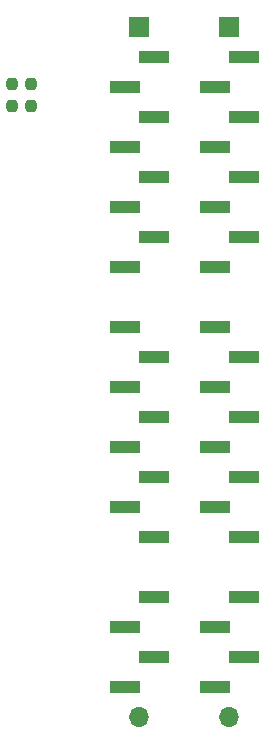
<source format=gbr>
G04 #@! TF.GenerationSoftware,KiCad,Pcbnew,9.0.6-9.0.6~ubuntu25.10.1*
G04 #@! TF.CreationDate,2025-11-10T23:05:56+09:00*
G04 #@! TF.ProjectId,bionic-z180,62696f6e-6963-42d7-9a31-38302e6b6963,1*
G04 #@! TF.SameCoordinates,Original*
G04 #@! TF.FileFunction,Soldermask,Bot*
G04 #@! TF.FilePolarity,Negative*
%FSLAX46Y46*%
G04 Gerber Fmt 4.6, Leading zero omitted, Abs format (unit mm)*
G04 Created by KiCad (PCBNEW 9.0.6-9.0.6~ubuntu25.10.1) date 2025-11-10 23:05:56*
%MOMM*%
%LPD*%
G01*
G04 APERTURE LIST*
G04 Aperture macros list*
%AMRoundRect*
0 Rectangle with rounded corners*
0 $1 Rounding radius*
0 $2 $3 $4 $5 $6 $7 $8 $9 X,Y pos of 4 corners*
0 Add a 4 corners polygon primitive as box body*
4,1,4,$2,$3,$4,$5,$6,$7,$8,$9,$2,$3,0*
0 Add four circle primitives for the rounded corners*
1,1,$1+$1,$2,$3*
1,1,$1+$1,$4,$5*
1,1,$1+$1,$6,$7*
1,1,$1+$1,$8,$9*
0 Add four rect primitives between the rounded corners*
20,1,$1+$1,$2,$3,$4,$5,0*
20,1,$1+$1,$4,$5,$6,$7,0*
20,1,$1+$1,$6,$7,$8,$9,0*
20,1,$1+$1,$8,$9,$2,$3,0*%
G04 Aperture macros list end*
%ADD10RoundRect,0.237500X-0.237500X0.250000X-0.237500X-0.250000X0.237500X-0.250000X0.237500X0.250000X0*%
%ADD11O,1.700000X1.700000*%
%ADD12R,2.510000X1.000000*%
%ADD13R,1.700000X1.700000*%
G04 APERTURE END LIST*
D10*
X99095000Y-79906000D03*
X99095000Y-81731000D03*
X100746000Y-79906000D03*
X100746000Y-81731000D03*
D11*
X117510000Y-133500000D03*
D12*
X116265400Y-130960000D03*
X118754600Y-128420000D03*
X116265400Y-125880000D03*
X118754600Y-123340000D03*
X118754600Y-118260000D03*
X116265400Y-115720000D03*
X118754600Y-113180000D03*
X116265400Y-110640000D03*
X118754600Y-108100000D03*
X116265400Y-105560000D03*
X118754600Y-103020000D03*
X116265400Y-100480000D03*
X116265400Y-95400000D03*
X118754600Y-92860000D03*
X116265400Y-90320000D03*
X118754600Y-87780000D03*
X116265400Y-85240000D03*
X118754600Y-82700000D03*
X116265400Y-80160000D03*
X118754600Y-77620000D03*
D13*
X117510000Y-75080000D03*
X109890000Y-75080000D03*
D12*
X111134600Y-77620000D03*
X108645400Y-80160000D03*
X111134600Y-82700000D03*
X108645400Y-85240000D03*
X111134600Y-87780000D03*
X108645400Y-90320000D03*
X111134600Y-92860000D03*
X108645400Y-95400000D03*
X108645400Y-100480000D03*
X111134600Y-103020000D03*
X108645400Y-105560000D03*
X111134600Y-108100000D03*
X108645400Y-110640000D03*
X111134600Y-113180000D03*
X108645400Y-115720000D03*
X111134600Y-118260000D03*
X111134600Y-123340000D03*
X108645400Y-125880000D03*
X111134600Y-128420000D03*
X108645400Y-130960000D03*
D11*
X109890000Y-133500000D03*
M02*

</source>
